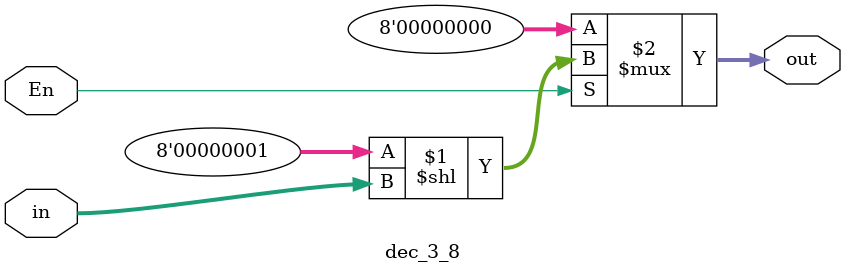
<source format=v>


module dec_3_8(input [2:0]in,
input En,
output [7:0]out);

/*
genvar i;
generate
for(i=0; i<8;i=i+1)begin
assign out[i] = (in == i);
end
endgenerate
*/

//we can also use 1-hot 
//simple and clear

assign out = En ? (8'b00000001<< in) : 8'b00000000;

endmodule

</source>
